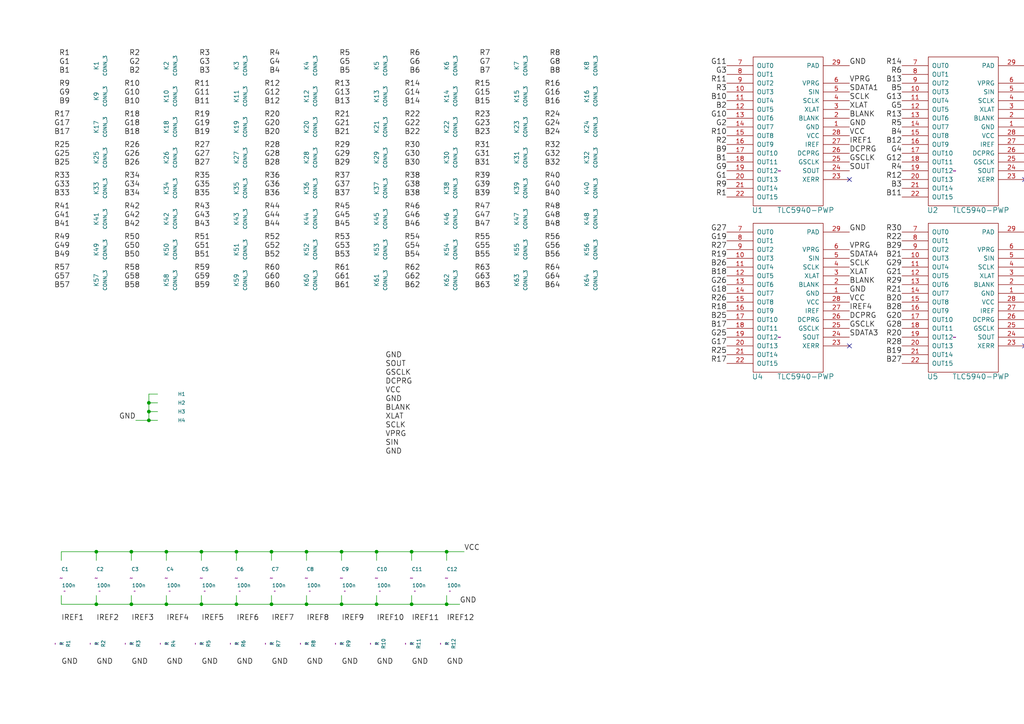
<source format=kicad_sch>
(kicad_sch (version 20230121) (generator eeschema)
  (paper "A4")
  (title_block (date "19 dec 2014"))
  (junction (at 43.18 121.92))
  (junction (at 43.18 116.84))
  (junction (at 58.42 175.26))
  (junction (at 27.94 160.02))
  (junction (at 43.18 119.38))
  (junction (at 129.54 175.26))
  (junction (at 38.1 175.26))
  (junction (at 78.74 175.26))
  (junction (at 109.22 175.26))
  (junction (at 58.42 160.02))
  (junction (at 48.26 175.26))
  (junction (at 78.74 160.02))
  (junction (at 129.54 160.02))
  (junction (at 99.06 175.26))
  (junction (at 99.06 160.02))
  (junction (at 27.94 175.26))
  (junction (at 48.26 160.02))
  (junction (at 68.58 175.26))
  (junction (at 119.38 160.02))
  (junction (at 88.9 160.02))
  (junction (at 68.58 160.02))
  (junction (at 109.22 160.02))
  (junction (at 88.9 175.26))
  (junction (at 38.1 160.02))
  (junction (at 119.38 175.26))
  (no_connect (at 297.18 52.07))
  (no_connect (at 246.38 100.33))
  (no_connect (at 473.71 208.28))
  (no_connect (at 353.06 52.07))
  (no_connect (at 417.83 160.02))
  (no_connect (at 417.83 208.28))
  (no_connect (at 246.38 52.07))
  (no_connect (at 297.18 100.33))
  (no_connect (at 353.06 100.33))
  (no_connect (at 367.03 208.28))
  (no_connect (at 473.71 160.02))
  (no_connect (at 367.03 160.02))
  (wire (pts (xy 99.06 162.56) (xy 99.06 160.02)))
  (wire (pts (xy 88.9 160.02) (xy 99.06 160.02)))
  (wire (pts (xy 43.18 121.92) (xy 45.72 121.92)))
  (wire (pts (xy 38.1 162.56) (xy 38.1 160.02)))
  (wire (pts (xy 48.26 162.56) (xy 48.26 160.02)))
  (wire (pts (xy 45.72 119.38) (xy 43.18 119.38)))
  (wire (pts (xy 58.42 160.02) (xy 68.58 160.02)))
  (wire (pts (xy 68.58 175.26) (xy 78.74 175.26)))
  (wire (pts (xy 88.9 172.72) (xy 88.9 175.26)))
  (wire (pts (xy 68.58 160.02) (xy 78.74 160.02)))
  (wire (pts (xy 48.26 175.26) (xy 58.42 175.26)))
  (wire (pts (xy 78.74 160.02) (xy 88.9 160.02)))
  (wire (pts (xy 68.58 162.56) (xy 68.58 160.02)))
  (wire (pts (xy 48.26 172.72) (xy 48.26 175.26)))
  (wire (pts (xy 129.54 162.56) (xy 129.54 160.02)))
  (wire (pts (xy 58.42 162.56) (xy 58.42 160.02)))
  (wire (pts (xy 119.38 160.02) (xy 129.54 160.02)))
  (wire (pts (xy 88.9 175.26) (xy 99.06 175.26)))
  (wire (pts (xy 129.54 160.02) (xy 134.62 160.02)))
  (wire (pts (xy 48.26 160.02) (xy 58.42 160.02)))
  (wire (pts (xy 43.18 119.38) (xy 43.18 121.92)))
  (wire (pts (xy 38.1 160.02) (xy 48.26 160.02)))
  (wire (pts (xy 99.06 175.26) (xy 109.22 175.26)))
  (wire (pts (xy 78.74 162.56) (xy 78.74 160.02)))
  (wire (pts (xy 27.94 172.72) (xy 27.94 175.26)))
  (wire (pts (xy 17.78 175.26) (xy 27.94 175.26)))
  (wire (pts (xy 17.78 160.02) (xy 27.94 160.02)))
  (wire (pts (xy 27.94 175.26) (xy 38.1 175.26)))
  (wire (pts (xy 43.18 114.3) (xy 43.18 116.84)))
  (wire (pts (xy 17.78 172.72) (xy 17.78 175.26)))
  (wire (pts (xy 109.22 162.56) (xy 109.22 160.02)))
  (wire (pts (xy 129.54 172.72) (xy 129.54 175.26)))
  (wire (pts (xy 39.37 121.92) (xy 43.18 121.92)))
  (wire (pts (xy 119.38 172.72) (xy 119.38 175.26)))
  (wire (pts (xy 38.1 172.72) (xy 38.1 175.26)))
  (wire (pts (xy 27.94 162.56) (xy 27.94 160.02)))
  (wire (pts (xy 38.1 175.26) (xy 48.26 175.26)))
  (wire (pts (xy 68.58 172.72) (xy 68.58 175.26)))
  (wire (pts (xy 99.06 160.02) (xy 109.22 160.02)))
  (wire (pts (xy 88.9 162.56) (xy 88.9 160.02)))
  (wire (pts (xy 43.18 116.84) (xy 45.72 116.84)))
  (wire (pts (xy 27.94 160.02) (xy 38.1 160.02)))
  (wire (pts (xy 119.38 175.26) (xy 129.54 175.26)))
  (wire (pts (xy 109.22 175.26) (xy 119.38 175.26)))
  (wire (pts (xy 17.78 162.56) (xy 17.78 160.02)))
  (wire (pts (xy 129.54 175.26) (xy 133.35 175.26)))
  (wire (pts (xy 109.22 172.72) (xy 109.22 175.26)))
  (wire (pts (xy 119.38 162.56) (xy 119.38 160.02)))
  (wire (pts (xy 78.74 175.26) (xy 88.9 175.26)))
  (wire (pts (xy 58.42 175.26) (xy 68.58 175.26)))
  (wire (pts (xy 45.72 114.3) (xy 43.18 114.3)))
  (wire (pts (xy 43.18 116.84) (xy 43.18 119.38)))
  (wire (pts (xy 78.74 172.72) (xy 78.74 175.26)))
  (wire (pts (xy 109.22 160.02) (xy 119.38 160.02)))
  (wire (pts (xy 58.42 172.72) (xy 58.42 175.26)))
  (wire (pts (xy 99.06 172.72) (xy 99.06 175.26)))
  (label "R54" (at 121.92 69.85 180) (effects (font (size 1.524 1.524))))
  (label "SCLK" (at 297.18 29.21 0) (effects (font (size 1.524 1.524))))
  (label "G27" (at 60.96 45.72 180) (effects (font (size 1.524 1.524))))
  (label "G24" (at 317.5 72.39 180) (effects (font (size 1.524 1.524))))
  (label "B29" (at 101.6 48.26 180) (effects (font (size 1.524 1.524))))
  (label "R61" (at 101.6 78.74 180) (effects (font (size 1.524 1.524))))
  (label "R53" (at 382.27 193.04 180) (effects (font (size 1.524 1.524))))
  (label "R6" (at 121.92 16.51 180) (effects (font (size 1.524 1.524))))
  (label "VPRG" (at 473.71 180.34 0) (effects (font (size 1.524 1.524))))
  (label "IREF3" (at 38.1 180.34 0) (effects (font (size 1.524 1.524))))
  (label "G64" (at 162.56 81.28 180) (effects (font (size 1.524 1.524))))
  (label "G41" (at 20.32 63.5 180) (effects (font (size 1.524 1.524))))
  (label "GND" (at 109.22 193.04 0) (effects (font (size 1.524 1.524))))
  (label "G36" (at 81.28 54.61 180) (effects (font (size 1.524 1.524))))
  (label "B2" (at 40.64 21.59 180) (effects (font (size 1.524 1.524))))
  (label "R2" (at 210.82 41.91 180) (effects (font (size 1.524 1.524))))
  (label "DCPRG" (at 473.71 152.4 0) (effects (font (size 1.524 1.524))))
  (label "B63" (at 142.24 83.82 180) (effects (font (size 1.524 1.524))))
  (label "XLAT" (at 111.76 121.92 0) (effects (font (size 1.524 1.524))))
  (label "R57" (at 331.47 210.82 180) (effects (font (size 1.524 1.524))))
  (label "R57" (at 20.32 78.74 180) (effects (font (size 1.524 1.524))))
  (label "R55" (at 438.15 200.66 180) (effects (font (size 1.524 1.524))))
  (label "B38" (at 121.92 57.15 180) (effects (font (size 1.524 1.524))))
  (label "B48" (at 438.15 129.54 180) (effects (font (size 1.524 1.524))))
  (label "GND" (at 111.76 132.08 0) (effects (font (size 1.524 1.524))))
  (label "IREF11" (at 119.38 180.34 0) (effects (font (size 1.524 1.524))))
  (label "G15" (at 142.24 27.94 180) (effects (font (size 1.524 1.524))))
  (label "DCPRG" (at 297.18 92.71 0) (effects (font (size 1.524 1.524))))
  (label "G6" (at 317.5 54.61 180) (effects (font (size 1.524 1.524))))
  (label "G32" (at 317.5 74.93 180) (effects (font (size 1.524 1.524))))
  (label "GND" (at 417.83 127 0) (effects (font (size 1.524 1.524))))
  (label "R19" (at 210.82 74.93 180) (effects (font (size 1.524 1.524))))
  (label "R48" (at 438.15 139.7 180) (effects (font (size 1.524 1.524))))
  (label "G31" (at 142.24 45.72 180) (effects (font (size 1.524 1.524))))
  (label "B42" (at 40.64 66.04 180) (effects (font (size 1.524 1.524))))
  (label "B49" (at 331.47 203.2 180) (effects (font (size 1.524 1.524))))
  (label "B62" (at 121.92 83.82 180) (effects (font (size 1.524 1.524))))
  (label "G47" (at 438.15 149.86 180) (effects (font (size 1.524 1.524))))
  (label "VPRG" (at 473.71 132.08 0) (effects (font (size 1.524 1.524))))
  (label "G19" (at 210.82 69.85 180) (effects (font (size 1.524 1.524))))
  (label "R6" (at 261.62 21.59 180) (effects (font (size 1.524 1.524))))
  (label "B46" (at 121.92 66.04 180) (effects (font (size 1.524 1.524))))
  (label "B64" (at 438.15 177.8 180) (effects (font (size 1.524 1.524))))
  (label "G52" (at 382.27 200.66 180) (effects (font (size 1.524 1.524))))
  (label "G42" (at 331.47 142.24 180) (effects (font (size 1.524 1.524))))
  (label "R64" (at 162.56 78.74 180) (effects (font (size 1.524 1.524))))
  (label "G60" (at 382.27 203.2 180) (effects (font (size 1.524 1.524))))
  (label "VCC" (at 367.03 195.58 0) (effects (font (size 1.524 1.524))))
  (label "R51" (at 331.47 182.88 180) (effects (font (size 1.524 1.524))))
  (label "R8" (at 317.5 29.21 180) (effects (font (size 1.524 1.524))))
  (label "GND" (at 473.71 193.04 0) (effects (font (size 1.524 1.524))))
  (label "R27" (at 60.96 43.18 180) (effects (font (size 1.524 1.524))))
  (label "G49" (at 331.47 208.28 180) (effects (font (size 1.524 1.524))))
  (label "IREF7" (at 78.74 180.34 0) (effects (font (size 1.524 1.524))))
  (label "SDATA5" (at 297.18 74.93 0) (effects (font (size 1.524 1.524))))
  (label "B13" (at 261.62 24.13 180) (effects (font (size 1.524 1.524))))
  (label "VPRG" (at 367.03 180.34 0) (effects (font (size 1.524 1.524))))
  (label "GND" (at 417.83 175.26 0) (effects (font (size 1.524 1.524))))
  (label "XLAT" (at 473.71 187.96 0) (effects (font (size 1.524 1.524))))
  (label "B55" (at 438.15 190.5 180) (effects (font (size 1.524 1.524))))
  (label "B58" (at 331.47 185.42 180) (effects (font (size 1.524 1.524))))
  (label "B52" (at 81.28 74.93 180) (effects (font (size 1.524 1.524))))
  (label "B53" (at 382.27 182.88 180) (effects (font (size 1.524 1.524))))
  (label "R13" (at 101.6 25.4 180) (effects (font (size 1.524 1.524))))
  (label "GND" (at 99.06 193.04 0) (effects (font (size 1.524 1.524))))
  (label "B23" (at 317.5 82.55 180) (effects (font (size 1.524 1.524))))
  (label "R5" (at 101.6 16.51 180) (effects (font (size 1.524 1.524))))
  (label "G41" (at 331.47 157.48 180) (effects (font (size 1.524 1.524))))
  (label "R15" (at 317.5 46.99 180) (effects (font (size 1.524 1.524))))
  (label "G62" (at 438.15 213.36 180) (effects (font (size 1.524 1.524))))
  (label "R1" (at 210.82 57.15 180) (effects (font (size 1.524 1.524))))
  (label "G21" (at 261.62 80.01 180) (effects (font (size 1.524 1.524))))
  (label "G28" (at 261.62 95.25 180) (effects (font (size 1.524 1.524))))
  (label "B24" (at 317.5 67.31 180) (effects (font (size 1.524 1.524))))
  (label "SCLK" (at 246.38 77.47 0) (effects (font (size 1.524 1.524))))
  (label "B20" (at 261.62 87.63 180) (effects (font (size 1.524 1.524))))
  (label "B44" (at 81.28 66.04 180) (effects (font (size 1.524 1.524))))
  (label "SDATA3" (at 246.38 97.79 0) (effects (font (size 1.524 1.524))))
  (label "R14" (at 261.62 19.05 180) (effects (font (size 1.524 1.524))))
  (label "G33" (at 20.32 54.61 180) (effects (font (size 1.524 1.524))))
  (label "G39" (at 142.24 54.61 180) (effects (font (size 1.524 1.524))))
  (label "R12" (at 81.28 25.4 180) (effects (font (size 1.524 1.524))))
  (label "GSCLK" (at 367.03 154.94 0) (effects (font (size 1.524 1.524))))
  (label "IREF12" (at 129.54 180.34 0) (effects (font (size 1.524 1.524))))
  (label "SDATA2" (at 297.18 26.67 0) (effects (font (size 1.524 1.524))))
  (label "SDATA8" (at 473.71 157.48 0) (effects (font (size 1.524 1.524))))
  (label "BLANK" (at 246.38 34.29 0) (effects (font (size 1.524 1.524))))
  (label "G24" (at 162.56 36.83 180) (effects (font (size 1.524 1.524))))
  (label "R14" (at 121.92 25.4 180) (effects (font (size 1.524 1.524))))
  (label "VPRG" (at 246.38 72.39 0) (effects (font (size 1.524 1.524))))
  (label "GND" (at 246.38 67.31 0) (effects (font (size 1.524 1.524))))
  (label "R27" (at 210.82 72.39 180) (effects (font (size 1.524 1.524))))
  (label "B22" (at 317.5 97.79 180) (effects (font (size 1.524 1.524))))
  (label "R1" (at 20.32 16.51 180) (effects (font (size 1.524 1.524))))
  (label "B18" (at 40.64 39.37 180) (effects (font (size 1.524 1.524))))
  (label "R54" (at 382.27 177.8 180) (effects (font (size 1.524 1.524))))
  (label "R46" (at 382.27 127 180) (effects (font (size 1.524 1.524))))
  (label "GND" (at 246.38 36.83 0) (effects (font (size 1.524 1.524))))
  (label "IREF4" (at 48.26 180.34 0) (effects (font (size 1.524 1.524))))
  (label "B59" (at 60.96 83.82 180) (effects (font (size 1.524 1.524))))
  (label "SCLK" (at 417.83 185.42 0) (effects (font (size 1.524 1.524))))
  (label "B10" (at 40.64 30.48 180) (effects (font (size 1.524 1.524))))
  (label "G9" (at 210.82 49.53 180) (effects (font (size 1.524 1.524))))
  (label "G29" (at 101.6 45.72 180) (effects (font (size 1.524 1.524))))
  (label "R38" (at 382.27 129.54 180) (effects (font (size 1.524 1.524))))
  (label "B7" (at 142.24 21.59 180) (effects (font (size 1.524 1.524))))
  (label "SDATA1" (at 297.18 49.53 0) (effects (font (size 1.524 1.524))))
  (label "R49" (at 20.32 69.85 180) (effects (font (size 1.524 1.524))))
  (label "GND" (at 111.76 104.14 0) (effects (font (size 1.524 1.524))))
  (label "B10" (at 210.82 29.21 180) (effects (font (size 1.524 1.524))))
  (label "IREF2" (at 297.18 41.91 0) (effects (font (size 1.524 1.524))))
  (label "B47" (at 438.15 144.78 180) (effects (font (size 1.524 1.524))))
  (label "G12" (at 261.62 46.99 180) (effects (font (size 1.524 1.524))))
  (label "B50" (at 331.47 187.96 180) (effects (font (size 1.524 1.524))))
  (label "XLAT" (at 297.18 31.75 0) (effects (font (size 1.524 1.524))))
  (label "R51" (at 60.96 69.85 180) (effects (font (size 1.524 1.524))))
  (label "B46" (at 438.15 160.02 180) (effects (font (size 1.524 1.524))))
  (label "GND" (at 129.54 193.04 0) (effects (font (size 1.524 1.524))))
  (label "B44" (at 382.27 149.86 180) (effects (font (size 1.524 1.524))))
  (label "B59" (at 382.27 213.36 180) (effects (font (size 1.524 1.524))))
  (label "GND" (at 367.03 144.78 0) (effects (font (size 1.524 1.524))))
  (label "GND" (at 473.71 144.78 0) (effects (font (size 1.524 1.524))))
  (label "G26" (at 40.64 45.72 180) (effects (font (size 1.524 1.524))))
  (label "B1" (at 20.32 21.59 180) (effects (font (size 1.524 1.524))))
  (label "GND" (at 353.06 19.05 0) (effects (font (size 1.524 1.524))))
  (label "R59" (at 331.47 180.34 180) (effects (font (size 1.524 1.524))))
  (label "B9" (at 210.82 44.45 180) (effects (font (size 1.524 1.524))))
  (label "SCLK" (at 367.03 185.42 0) (effects (font (size 1.524 1.524))))
  (label "G46" (at 121.92 63.5 180) (effects (font (size 1.524 1.524))))
  (label "B2" (at 210.82 31.75 180) (effects (font (size 1.524 1.524))))
  (label "B26" (at 40.64 48.26 180) (effects (font (size 1.524 1.524))))
  (label "R30" (at 261.62 67.31 180) (effects (font (size 1.524 1.524))))
  (label "R29" (at 101.6 43.18 180) (effects (font (size 1.524 1.524))))
  (label "G22" (at 317.5 102.87 180) (effects (font (size 1.524 1.524))))
  (label "B9" (at 20.32 30.48 180) (effects (font (size 1.524 1.524))))
  (label "G59" (at 60.96 81.28 180) (effects (font (size 1.524 1.524))))
  (label "G17" (at 210.82 100.33 180) (effects (font (size 1.524 1.524))))
  (label "B45" (at 382.27 132.08 180) (effects (font (size 1.524 1.524))))
  (label "GND" (at 111.76 116.84 0) (effects (font (size 1.524 1.524))))
  (label "R4" (at 81.28 16.51 180) (effects (font (size 1.524 1.524))))
  (label "R31" (at 317.5 95.25 180) (effects (font (size 1.524 1.524))))
  (label "B39" (at 438.15 142.24 180) (effects (font (size 1.524 1.524))))
  (label "R21" (at 261.62 85.09 180) (effects (font (size 1.524 1.524))))
  (label "R48" (at 162.56 60.96 180) (effects (font (size 1.524 1.524))))
  (label "G1" (at 210.82 52.07 180) (effects (font (size 1.524 1.524))))
  (label "B45" (at 101.6 66.04 180) (effects (font (size 1.524 1.524))))
  (label "B14" (at 121.92 30.48 180) (effects (font (size 1.524 1.524))))
  (label "GND" (at 78.74 193.04 0) (effects (font (size 1.524 1.524))))
  (label "B17" (at 210.82 95.25 180) (effects (font (size 1.524 1.524))))
  (label "B27" (at 60.96 48.26 180) (effects (font (size 1.524 1.524))))
  (label "SDATA1" (at 246.38 26.67 0) (effects (font (size 1.524 1.524))))
  (label "VPRG" (at 367.03 132.08 0) (effects (font (size 1.524 1.524))))
  (label "R7" (at 317.5 44.45 180) (effects (font (size 1.524 1.524))))
  (label "R31" (at 142.24 43.18 180) (effects (font (size 1.524 1.524))))
  (label "GSCLK" (at 417.83 154.94 0) (effects (font (size 1.524 1.524))))
  (label "G28" (at 81.28 45.72 180) (effects (font (size 1.524 1.524))))
  (label "B61" (at 382.27 180.34 180) (effects (font (size 1.524 1.524))))
  (label "SIN" (at 473.71 182.88 0) (effects (font (size 1.524 1.524))))
  (label "GSCLK" (at 367.03 203.2 0) (effects (font (size 1.524 1.524))))
  (label "B40" (at 162.56 57.15 180) (effects (font (size 1.524 1.524))))
  (label "R63" (at 438.15 203.2 180) (effects (font (size 1.524 1.524))))
  (label "BLANK" (at 353.06 82.55 0) (effects (font (size 1.524 1.524))))
  (label "R49" (at 331.47 213.36 180) (effects (font (size 1.524 1.524))))
  (label "R34" (at 40.64 52.07 180) (effects (font (size 1.524 1.524))))
  (label "GSCLK" (at 111.76 109.22 0) (effects (font (size 1.524 1.524))))
  (label "BLANK" (at 417.83 142.24 0) (effects (font (size 1.524 1.524))))
  (label "R4" (at 261.62 49.53 180) (effects (font (size 1.524 1.524))))
  (label "DCPRG" (at 353.06 44.45 0) (effects (font (size 1.524 1.524))))
  (label "B42" (at 331.47 137.16 180) (effects (font (size 1.524 1.524))))
  (label "B3" (at 60.96 21.59 180) (effects (font (size 1.524 1.524))))
  (label "XLAT" (at 473.71 139.7 0) (effects (font (size 1.524 1.524))))
  (label "VPRG" (at 297.18 72.39 0) (effects (font (size 1.524 1.524))))
  (label "SOUT" (at 246.38 49.53 0) (effects (font (size 1.524 1.524))))
  (label "SDATA10" (at 417.83 205.74 0) (effects (font (size 1.524 1.524))))
  (label "G29" (at 261.62 77.47 180) (effects (font (size 1.524 1.524))))
  (label "R37" (at 101.6 52.07 180) (effects (font (size 1.524 1.524))))
  (label "G42" (at 40.64 63.5 180) (effects (font (size 1.524 1.524))))
  (label "R40" (at 438.15 137.16 180) (effects (font (size 1.524 1.524))))
  (label "B18" (at 210.82 80.01 180) (effects (font (size 1.524 1.524))))
  (label "R61" (at 382.27 190.5 180) (effects (font (size 1.524 1.524))))
  (label "GND" (at 297.18 85.09 0) (effects (font (size 1.524 1.524))))
  (label "R39" (at 438.15 152.4 180) (effects (font (size 1.524 1.524))))
  (label "GND" (at 297.18 36.83 0) (effects (font (size 1.524 1.524))))
  (label "R50" (at 40.64 69.85 180) (effects (font (size 1.524 1.524))))
  (label "B14" (at 317.5 52.07 180) (effects (font (size 1.524 1.524))))
  (label "R3" (at 60.96 16.51 180) (effects (font (size 1.524 1.524))))
  (label "G26" (at 210.82 82.55 180) (effects (font (size 1.524 1.524))))
  (label "B57" (at 331.47 200.66 180) (effects (font (size 1.524 1.524))))
  (label "IREF6" (at 68.58 180.34 0) (effects (font (size 1.524 1.524))))
  (label "G7" (at 142.24 19.05 180) (effects (font (size 1.524 1.524))))
  (label "B15" (at 142.24 30.48 180) (effects (font (size 1.524 1.524))))
  (label "G37" (at 101.6 54.61 180) (effects (font (size 1.524 1.524))))
  (label "G54" (at 121.92 72.39 180) (effects (font (size 1.524 1.524))))
  (label "R41" (at 20.32 60.96 180) (effects (font (size 1.524 1.524))))
  (label "G58" (at 40.64 81.28 180) (effects (font (size 1.524 1.524))))
  (label "R11" (at 60.96 25.4 180) (effects (font (size 1.524 1.524))))
  (label "B5" (at 261.62 26.67 180) (effects (font (size 1.524 1.524))))
  (label "IREF1" (at 246.38 41.91 0) (effects (font (size 1.524 1.524))))
  (label "IREF6" (at 353.06 90.17 0) (effects (font (size 1.524 1.524))))
  (label "G44" (at 382.27 154.94 180) (effects (font (size 1.524 1.524))))
  (label "B4" (at 81.28 21.59 180) (effects (font (size 1.524 1.524))))
  (label "R20" (at 261.62 97.79 180) (effects (font (size 1.524 1.524))))
  (label "VCC" (at 473.71 147.32 0) (effects (font (size 1.524 1.524))))
  (label "SCLK" (at 473.71 185.42 0) (effects (font (size 1.524 1.524))))
  (label "R30" (at 121.92 43.18 180) (effects (font (size 1.524 1.524))))
  (label "G1" (at 20.32 19.05 180) (effects (font (size 1.524 1.524))))
  (label "G8" (at 317.5 24.13 180) (effects (font (size 1.524 1.524))))
  (label "G48" (at 438.15 134.62 180) (effects (font (size 1.524 1.524))))
  (label "G16" (at 162.56 27.94 180) (effects (font (size 1.524 1.524))))
  (label "XLAT" (at 297.18 80.01 0) (effects (font (size 1.524 1.524))))
  (label "G23" (at 317.5 87.63 180) (effects (font (size 1.524 1.524))))
  (label "VPRG" (at 111.76 127 0) (effects (font (size 1.524 1.524))))
  (label "IREF3" (at 353.06 41.91 0) (effects (font (size 1.524 1.524))))
  (label "G8" (at 162.56 19.05 180) (effects (font (size 1.524 1.524))))
  (label "IREF5" (at 297.18 90.17 0) (effects (font (size 1.524 1.524))))
  (label "B48" (at 162.56 66.04 180) (effects (font (size 1.524 1.524))))
  (label "GND" (at 473.71 175.26 0) (effects (font (size 1.524 1.524))))
  (label "G35" (at 331.47 129.54 180) (effects (font (size 1.524 1.524))))
  (label "G20" (at 81.28 36.83 180) (effects (font (size 1.524 1.524))))
  (label "G11" (at 60.96 27.94 180) (effects (font (size 1.524 1.524))))
  (label "B37" (at 382.27 134.62 180) (effects (font (size 1.524 1.524))))
  (label "R24" (at 317.5 77.47 180) (effects (font (size 1.524 1.524))))
  (label "VPRG" (at 417.83 180.34 0) (effects (font (size 1.524 1.524))))
  (label "VCC" (at 417.83 147.32 0) (effects (font (size 1.524 1.524))))
  (label "B24" (at 162.56 39.37 180) (effects (font (size 1.524 1.524))))
  (label "VCC" (at 246.38 87.63 0) (effects (font (size 1.524 1.524))))
  (label "DCPRG" (at 111.76 111.76 0) (effects (font (size 1.524 1.524))))
  (label "G27" (at 210.82 67.31 180) (effects (font (size 1.524 1.524))))
  (label "GND" (at 27.94 193.04 0) (effects (font (size 1.524 1.524))))
  (label "B25" (at 210.82 92.71 180) (effects (font (size 1.524 1.524))))
  (label "XLAT" (at 367.03 187.96 0) (effects (font (size 1.524 1.524))))
  (label "B17" (at 20.32 39.37 180) (effects (font (size 1.524 1.524))))
  (label "G51" (at 331.47 177.8 180) (effects (font (size 1.524 1.524))))
  (label "GND" (at 246.38 19.05 0) (effects (font (size 1.524 1.524))))
  (label "G43" (at 60.96 63.5 180) (effects (font (size 1.524 1.524))))
  (label "B53" (at 101.6 74.93 180) (effects (font (size 1.524 1.524))))
  (label "G51" (at 60.96 72.39 180) (effects (font (size 1.524 1.524))))
  (label "B43" (at 60.96 66.04 180) (effects (font (size 1.524 1.524))))
  (label "R29" (at 261.62 82.55 180) (effects (font (size 1.524 1.524))))
  (label "DCPRG" (at 417.83 152.4 0) (effects (font (size 1.524 1.524))))
  (label "IREF5" (at 58.42 180.34 0) (effects (font (size 1.524 1.524))))
  (label "GSCLK" (at 297.18 95.25 0) (effects (font (size 1.524 1.524))))
  (label "R45" (at 101.6 60.96 180) (effects (font (size 1.524 1.524))))
  (label "R28" (at 81.28 43.18 180) (effects (font (size 1.524 1.524))))
  (label "R32" (at 162.56 43.18 180) (effects (font (size 1.524 1.524))))
  (label "SCLK" (at 353.06 77.47 0) (effects (font (size 1.524 1.524))))
  (label "VPRG" (at 353.06 24.13 0) (effects (font (size 1.524 1.524))))
  (label "G49" (at 20.32 72.39 180) (effects (font (size 1.524 1.524))))
  (label "G45" (at 101.6 63.5 180) (effects (font (size 1.524 1.524))))
  (label "B36" (at 382.27 147.32 180) (effects (font (size 1.524 1.524))))
  (label "G35" (at 60.96 54.61 180) (effects (font (size 1.524 1.524))))
  (label "R10" (at 210.82 39.37 180) (effects (font (size 1.524 1.524))))
  (label "B61" (at 101.6 83.82 180) (effects (font (size 1.524 1.524))))
  (label "B23" (at 142.24 39.37 180) (effects (font (size 1.524 1.524))))
  (label "IREF4" (at 246.38 90.17 0) (effects (font (size 1.524 1.524))))
  (label "GND" (at 417.83 144.78 0) (effects (font (size 1.524 1.524))))
  (label "DCPRG" (at 246.38 44.45 0) (effects (font (size 1.524 1.524))))
  (label "G30" (at 121.92 45.72 180) (effects (font (size 1.524 1.524))))
  (label "B4" (at 261.62 39.37 180) (effects (font (size 1.524 1.524))))
  (label "GND" (at 367.03 127 0) (effects (font (size 1.524 1.524))))
  (label "SDATA11" (at 473.71 205.74 0) (effects (font (size 1.524 1.524))))
  (label "R60" (at 382.27 208.28 180) (effects (font (size 1.524 1.524))))
  (label "R22" (at 121.92 34.29 180) (effects (font (size 1.524 1.524))))
  (label "GND" (at 88.9 193.04 0) (effects (font (size 1.524 1.524))))
  (label "SDATA2" (at 353.06 49.53 0) (effects (font (size 1.524 1.524))))
  (label "R64" (at 438.15 187.96 180) (effects (font (size 1.524 1.524))))
  (label "SDATA8" (at 417.83 134.62 0) (effects (font (size 1.524 1.524))))
  (label "B60" (at 382.27 198.12 180) (effects (font (size 1.524 1.524))))
  (label "R44" (at 81.28 60.96 180) (effects (font (size 1.524 1.524))))
  (label "DCPRG" (at 353.06 92.71 0) (effects (font (size 1.524 1.524))))
  (label "B16" (at 162.56 30.48 180) (effects (font (size 1.524 1.524))))
  (label "G58" (at 331.47 190.5 180) (effects (font (size 1.524 1.524))))
  (label "G53" (at 382.27 187.96 180) (effects (font (size 1.524 1.524))))
  (label "G37" (at 382.27 139.7 180) (effects (font (size 1.524 1.524))))
  (label "B31" (at 142.24 48.26 180) (effects (font (size 1.524 1.524))))
  (label "R56" (at 162.56 69.85 180) (effects (font (size 1.524 1.524))))
  (label "G36" (at 382.27 152.4 180) (effects (font (size 1.524 1.524))))
  (label "G32" (at 162.56 45.72 180) (effects (font (size 1.524 1.524))))
  (label "G21" (at 101.6 36.83 180) (effects (font (size 1.524 1.524))))
  (label "R43" (at 60.96 60.96 180) (effects (font (size 1.524 1.524))))
  (label "BLANK" (at 367.03 142.24 0) (effects (font (size 1.524 1.524))))
  (label "R25" (at 20.32 43.18 180) (effects (font (size 1.524 1.524))))
  (label "G6" (at 121.92 19.05 180) (effects (font (size 1.524 1.524))))
  (label "SOUT" (at 111.76 106.68 0) (effects (font (size 1.524 1.524))))
  (label "R23" (at 317.5 92.71 180) (effects (font (size 1.524 1.524))))
  (label "B5" (at 101.6 21.59 180) (effects (font (size 1.524 1.524))))
  (label "R34" (at 331.47 149.86 180) (effects (font (size 1.524 1.524))))
  (label "R18" (at 40.64 34.29 180) (effects (font (size 1.524 1.524))))
  (label "R8" (at 162.56 16.51 180) (effects (font (size 1.524 1.524))))
  (label "R36" (at 81.28 52.07 180) (effects (font (size 1.524 1.524))))
  (label "B31" (at 317.5 85.09 180) (effects (font (size 1.524 1.524))))
  (label "B28" (at 81.28 48.26 180) (effects (font (size 1.524 1.524))))
  (label "G4" (at 81.28 19.05 180) (effects (font (size 1.524 1.524))))
  (label "G17" (at 20.32 36.83 180) (effects (font (size 1.524 1.524))))
  (label "GSCLK" (at 353.06 95.25 0) (effects (font (size 1.524 1.524))))
  (label "B47" (at 142.24 66.04 180) (effects (font (size 1.524 1.524))))
  (label "B58" (at 40.64 83.82 180) (effects (font (size 1.524 1.524))))
  (label "G61" (at 101.6 81.28 180) (effects (font (size 1.524 1.524))))
  (label "G5" (at 261.62 31.75 180) (effects (font (size 1.524 1.524))))
  (label "G47" (at 142.24 63.5 180) (effects (font (size 1.524 1.524))))
  (label "B55" (at 142.24 74.93 180) (effects (font (size 1.524 1.524))))
  (label "R17" (at 20.32 34.29 180) (effects (font (size 1.524 1.524))))
  (label "R55" (at 142.24 69.85 180) (effects (font (size 1.524 1.524))))
  (label "B37" (at 101.6 57.15 180) (effects (font (size 1.524 1.524))))
  (label "B12" (at 81.28 30.48 180) (effects (font (size 1.524 1.524))))
  (label "R39" (at 142.24 52.07 180) (effects (font (size 1.524 1.524))))
  (label "SDATA7" (at 367.03 134.62 0) (effects (font (size 1.524 1.524))))
  (label "VPRG" (at 246.38 24.13 0) (effects (font (size 1.524 1.524))))
  (label "B33" (at 20.32 57.15 180) (effects (font (size 1.524 1.524))))
  (label "G25" (at 210.82 97.79 180) (effects (font (size 1.524 1.524))))
  (label "R7" (at 142.24 16.51 180) (effects (font (size 1.524 1.524))))
  (label "R62" (at 382.27 175.26 180) (effects (font (size 1.524 1.524))))
  (label "GND" (at 353.06 67.31 0) (effects (font (size 1.524 1.524))))
  (label "G10" (at 210.82 34.29 180) (effects (font (size 1.524 1.524))))
  (label "BLANK" (at 246.38 82.55 0) (effects (font (size 1.524 1.524))))
  (label "R35" (at 331.47 134.62 180) (effects (font (size 1.524 1.524))))
  (label "GND" (at 473.71 127 0) (effects (font (size 1.524 1.524))))
  (label "B19" (at 261.62 102.87 180) (effects (font (size 1.524 1.524))))
  (label "R58" (at 40.64 78.74 180) (effects (font (size 1.524 1.524))))
  (label "GND" (at 246.38 85.09 0) (effects (font (size 1.524 1.524))))
  (label "B6" (at 121.92 21.59 180) (effects (font (size 1.524 1.524))))
  (label "B35" (at 382.27 162.56 180) (effects (font (size 1.524 1.524))))
  (label "G16" (at 317.5 26.67 180) (effects (font (size 1.524 1.524))))
  (label "GND" (at 39.37 121.92 180) (effects (font (size 1.524 1.524))))
  (label "B64" (at 162.56 83.82 180) (effects (font (size 1.524 1.524))))
  (label "G60" (at 81.28 81.28 180) (effects (font (size 1.524 1.524))))
  (label "G5" (at 101.6 19.05 180) (effects (font (size 1.524 1.524))))
  (label "B11" (at 60.96 30.48 180) (effects (font (size 1.524 1.524))))
  (label "B35" (at 60.96 57.15 180) (effects (font (size 1.524 1.524))))
  (label "R56" (at 438.15 185.42 180) (effects (font (size 1.524 1.524))))
  (label "IREF10" (at 109.22 180.34 0) (effects (font (size 1.524 1.524))))
  (label "G39" (at 438.15 147.32 180) (effects (font (size 1.524 1.524))))
  (label "G3" (at 60.96 19.05 180) (effects (font (size 1.524 1.524))))
  (label "B21" (at 101.6 39.37 180) (effects (font (size 1.524 1.524))))
  (label "GND" (at 119.38 193.04 0) (effects (font (size 1.524 1.524))))
  (label "IREF7" (at 367.03 149.86 0) (effects (font (size 1.524 1.524))))
  (label "DCPRG" (at 297.18 44.45 0) (effects (font (size 1.524 1.524))))
  (label "SIN" (at 111.76 129.54 0) (effects (font (size 1.524 1.524))))
  (label "R63" (at 142.24 78.74 180) (effects (font (size 1.524 1.524))))
  (label "VPRG" (at 353.06 72.39 0) (effects (font (size 1.524 1.524))))
  (label "B21" (at 261.62 74.93 180) (effects (font (size 1.524 1.524))))
  (label "B63" (at 438.15 193.04 180) (effects (font (size 1.524 1.524))))
  (label "VCC" (at 367.03 147.32 0) (effects (font (size 1.524 1.524))))
  (label "R50" (at 331.47 198.12 180) (effects (font (size 1.524 1.524))))
  (label "R44" (at 382.27 160.02 180) (effects (font (size 1.524 1.524))))
  (label "B49" (at 20.32 74.93 180) (effects (font (size 1.524 1.524))))
  (label "B43" (at 382.27 165.1 180) (effects (font (size 1.524 1.524))))
  (label "R41" (at 331.47 162.56 180) (effects (font (size 1.524 1.524))))
  (label "R23" (at 142.24 34.29 180) (effects (font (size 1.524 1.524))))
  (label "VCC" (at 417.83 195.58 0) (effects (font (size 1.524 1.524))))
  (label "BLANK" (at 473.71 142.24 0) (effects (font (size 1.524 1.524))))
  (label "DCPRG" (at 417.83 200.66 0) (effects (font (size 1.524 1.524))))
  (label "G55" (at 142.24 72.39 180) (effects (font (size 1.524 1.524))))
  (label "R5" (at 261.62 36.83 180) (effects (font (size 1.524 1.524))))
  (label "IREF9" (at 473.71 149.86 0) (effects (font (size 1.524 1.524))))
  (label "VCC" (at 297.18 39.37 0) (effects (font (size 1.524 1.524))))
  (label "R18" (at 210.82 90.17 180) (effects (font (size 1.524 1.524))))
  (label "GND" (at 68.58 193.04 0) (effects (font (size 1.524 1.524))))
  (label "SDATA6" (at 353.06 74.93 0) (effects (font (size 1.524 1.524))))
  (label "R9" (at 210.82 54.61 180) (effects (font (size 1.524 1.524))))
  (label "IREF11" (at 417.83 198.12 0) (effects (font (size 1.524 1.524))))
  (label "IREF12" (at 473.71 198.12 0) (effects (font (size 1.524 1.524))))
  (label "B8" (at 162.56 21.59 180) (effects (font (size 1.524 1.524))))
  (label "R13" (at 261.62 34.29 180) (effects (font (size 1.524 1.524))))
  (label "XLAT" (at 417.83 139.7 0) (effects (font (size 1.524 1.524))))
  (label "R24" (at 162.56 34.29 180) (effects (font (size 1.524 1.524))))
  (label "GND" (at 367.03 175.26 0) (effects (font (size 1.524 1.524))))
  (label "B36" (at 81.28 57.15 180) (effects (font (size 1.524 1.524))))
  (label "VCC" (at 353.06 87.63 0) (effects (font (size 1.524 1.524))))
  (label "GND" (at 297.18 67.31 0) (effects (font (size 1.524 1.524))))
  (label "R20" (at 81.28 34.29 180) (effects (font (size 1.524 1.524))))
  (label "B38" (at 438.15 157.48 180) (effects (font (size 1.524 1.524))))
  (label "VCC" (at 111.76 114.3 0) (effects (font (size 1.524 1.524))))
  (label "B34" (at 331.47 139.7 180) (effects (font (size 1.524 1.524))))
  (label "G63" (at 142.24 81.28 180) (effects (font (size 1.524 1.524))))
  (label "G15" (at 317.5 41.91 180) (effects (font (size 1.524 1.524))))
  (label "VCC" (at 353.06 39.37 0) (effects (font (size 1.524 1.524))))
  (label "R26" (at 210.82 87.63 180) (effects (font (size 1.524 1.524))))
  (label "SDATA3" (at 353.06 26.67 0) (effects (font (size 1.524 1.524))))
  (label "R36" (at 382.27 157.48 180) (effects (font (size 1.524 1.524))))
  (label "B19" (at 60.96 39.37 180) (effects (font (size 1.524 1.524))))
  (label "B51" (at 60.96 74.93 180) (effects (font (size 1.524 1.524))))
  (label "G13" (at 261.62 29.21 180) (effects (font (size 1.524 1.524))))
  (label "GSCLK" (at 246.38 95.25 0) (effects (font (size 1.524 1.524))))
  (label "BLANK" (at 367.03 190.5 0) (effects (font (size 1.524 1.524))))
  (label "SCLK" (at 417.83 137.16 0) (effects (font (size 1.524 1.524))))
  (label "B41" (at 331.47 152.4 180) (effects (font (size 1.524 1.524))))
  (label "IREF10" (at 367.03 198.12 0) (effects (font (size 1.524 1.524))))
  (label "VCC" (at 297.18 87.63 0) (effects (font (size 1.524 1.524))))
  (label "GND" (at 297.18 19.05 0) (effects (font (size 1.524 1.524))))
  (label "XLAT" (at 353.06 31.75 0) (effects (font (size 1.524 1.524))))
  (label "SCLK" (at 246.38 29.21 0) (effects (font (size 1.524 1.524))))
  (label "G57" (at 331.47 205.74 180) (effects (font (size 1.524 1.524))))
  (label "B11" (at 261.62 57.15 180) (effects (font (size 1.524 1.524))))
  (label "G48" (at 162.56 63.5 180) (effects (font (size 1.524 1.524))))
  (label "G20" (at 261.62 92.71 180) (effects (font (size 1.524 1.524))))
  (label "GND" (at 417.83 193.04 0) (effects (font (size 1.524 1.524))))
  (label "GND" (at 353.06 85.09 0) (effects (font (size 1.524 1.524))))
  (label "B52" (at 382.27 195.58 180) (effects (font (size 1.524 1.524))))
  (label "R3" (at 210.82 26.67 180) (effects (font (size 1.524 1.524))))
  (label "R15" (at 142.24 25.4 180) (effects (font (size 1.524 1.524))))
  (label "G18" (at 40.64 36.83 180) (effects (font (size 1.524 1.524))))
  (label "R35" (at 60.96 52.07 180) (effects (font (size 1.524 1.524))))
  (label "B7" (at 317.5 34.29 180) (effects (font (size 1.524 1.524))))
  (label "B54" (at 121.92 74.93 180) (effects (font (size 1.524 1.524))))
  (label "SDATA7" (at 417.83 157.48 0) (effects (font (size 1.524 1.524))))
  (label "G57" (at 20.32 81.28 180) (effects (font (size 1.524 1.524))))
  (label "GSCLK" (at 417.83 203.2 0) (effects (font (size 1.524 1.524))))
  (label "R21" (at 101.6 34.29 180) (effects (font (size 1.524 1.524))))
  (label "VCC" (at 473.71 195.58 0) (effects (font (size 1.524 1.524))))
  (label "IREF8" (at 417.83 149.86 0) (effects (font (size 1.524 1.524))))
  (label "R16" (at 162.56 25.4 180) (effects (font (size 1.524 1.524))))
  (label "G22" (at 121.92 36.83 180) (effects (font (size 1.524 1.524))))
  (label "R17" (at 210.82 105.41 180) (effects (font (size 1.524 1.524))))
  (label "G54" (at 438.15 210.82 180) (effects (font (size 1.524 1.524))))
  (label "GND" (at 367.03 193.04 0) (effects (font (size 1.524 1.524))))
  (label "G61" (at 382.27 185.42 180) (effects (font (size 1.524 1.524))))
  (label "B30" (at 317.5 100.33 180) (effects (font (size 1.524 1.524))))
  (label "G53" (at 101.6 72.39 180) (effects (font (size 1.524 1.524))))
  (label "XLAT" (at 367.03 139.7 0) (effects (font (size 1.524 1.524))))
  (label "G18" (at 210.82 85.09 180) (effects (font (size 1.524 1.524))))
  (label "R2" (at 40.64 16.51 180) (effects (font (size 1.524 1.524))))
  (label "SDATA5" (at 353.06 97.79 0) (effects (font (size 1.524 1.524))))
  (label "GSCLK" (at 473.71 154.94 0) (effects (font (size 1.524 1.524))))
  (label "DCPRG" (at 246.38 92.71 0) (effects (font (size 1.524 1.524))))
  (label "G19" (at 60.96 36.83 180) (effects (font (size 1.524 1.524))))
  (label "G3" (at 210.82 21.59 180) (effects (font (size 1.524 1.524))))
  (label "B39" (at 142.24 57.15 180) (effects (font (size 1.524 1.524))))
  (label "GSCLK" (at 473.71 203.2 0) (effects (font (size 1.524 1.524))))
  (label "DCPRG" (at 367.03 152.4 0) (effects (font (size 1.524 1.524))))
  (label "IREF8" (at 88.9 180.34 0) (effects (font (size 1.524 1.524))))
  (label "SDATA10" (at 367.03 182.88 0) (effects (font (size 1.524 1.524))))
  (label "R26" (at 40.64 43.18 180) (effects (font (size 1.524 1.524))))
  (label "GSCLK" (at 246.38 46.99 0) (effects (font (size 1.524 1.524))))
  (label "R33" (at 20.32 52.07 180) (effects (font (size 1.524 1.524))))
  (label "SDATA9" (at 473.71 134.62 0) (effects (font (size 1.524 1.524))))
  (label "R32" (at 317.5 80.01 180) (effects (font (size 1.524 1.524))))
  (label "G31" (at 317.5 90.17 180) (effects (font (size 1.524 1.524))))
  (label "B8" (at 317.5 19.05 180) (effects (font (size 1.524 1.524))))
  (label "B32" (at 317.5 69.85 180) (effects (font (size 1.524 1.524))))
  (label "R53" (at 101.6 69.85 180) (effects (font (size 1.524 1.524))))
  (label "G33" (at 331.47 160.02 180) (effects (font (size 1.524 1.524))))
  (label "B29" (at 261.62 72.39 180) (effects (font (size 1.524 1.524))))
  (label "BLANK" (at 111.76 119.38 0) (effects (font (size 1.524 1.524))))
  (label "R11" (at 210.82 24.13 180) (effects (font (size 1.524 1.524))))
  (label "GND" (at 17.78 193.04 0) (effects (font (size 1.524 1.524))))
  (label "G43" (at 331.47 127 180) (effects (font (size 1.524 1.524))))
  (label "R58" (at 331.47 195.58 180) (effects (font (size 1.524 1.524))))
  (label "GND" (at 58.42 193.04 0) (effects (font (size 1.524 1.524))))
  (label "G25" (at 20.32 45.72 180) (effects (font (size 1.524 1.524))))
  (label "G38" (at 438.15 162.56 180) (effects (font (size 1.524 1.524))))
  (label "XLAT" (at 246.38 80.01 0) (effects (font (size 1.524 1.524))))
  (label "G56" (at 438.15 180.34 180) (effects (font (size 1.524 1.524))))
  (label "G40" (at 438.15 132.08 180) (effects (font (size 1.524 1.524))))
  (label "B6" (at 317.5 49.53 180) (effects (font (size 1.524 1.524))))
  (label "SCLK" (at 367.03 137.16 0) (effects (font (size 1.524 1.524))))
  (label "G34" (at 40.64 54.61 180) (effects (font (size 1.524 1.524))))
  (label "B27" (at 261.62 105.41 180) (effects (font (size 1.524 1.524))))
  (label "R45" (at 382.27 142.24 180) (effects (font (size 1.524 1.524))))
  (label "VPRG" (at 417.83 132.08 0) (effects (font (size 1.524 1.524))))
  (label "B56" (at 162.56 74.93 180) (effects (font (size 1.524 1.524))))
  (label "BLANK" (at 297.18 34.29 0) (effects (font (size 1.524 1.524))))
  (label "G7" (at 317.5 39.37 180) (effects (font (size 1.524 1.524))))
  (label "R10" (at 40.64 25.4 180) (effects (font (size 1.524 1.524))))
  (label "B32" (at 162.56 48.26 180) (effects (font (size 1.524 1.524))))
  (label "R16" (at 317.5 31.75 180) (effects (font (size 1.524 1.524))))
  (label "B13" (at 101.6 30.48 180) (effects (font (size 1.524 1.524))))
  (label "B20" (at 81.28 39.37 180) (effects (font (size 1.524 1.524))))
  (label "G23" (at 142.24 36.83 180) (effects (font (size 1.524 1.524))))
  (label "R22" (at 261.62 69.85 180) (effects (font (size 1.524 1.524))))
  (label "IREF9" (at 99.06 180.34 0) (effects (font (size 1.524 1.524))))
  (label "VCC" (at 246.38 39.37 0) (effects (font (size 1.524 1.524))))
  (label "VPRG" (at 297.18 24.13 0) (effects (font (size 1.524 1.524))))
  (label "G62" (at 121.92 81.28 180) (effects (font (size 1.524 1.524))))
  (label "B16" (at 317.5 21.59 180) (effects (font (size 1.524 1.524))))
  (label "R9" (at 20.32 25.4 180) (effects (font (size 1.524 1.524))))
  (label "R59" (at 60.96 78.74 180) (effects (font (size 1.524 1.524))))
  (label "R33" (at 331.47 165.1 180) (effects (font (size 1.524 1.524))))
  (label "R62" (at 121.92 78.74 180) (effects (font (size 1.524 1.524))))
  (label "B25" (at 20.32 48.26 180) (effects (font (size 1.524 1.524))))
  (label "SDATA6" (at 367.03 157.48 0) (effects (font (size 1.524 1.524))))
  (label "G14" (at 317.5 57.15 180) (effects (font (size 1.524 1.524))))
  (label "R12" (at 261.62 52.07 180) (effects (font (size 1.524 1.524))))
  (label "G4" (at 261.62 44.45 180) (effects (font (size 1.524 1.524))))
  (label "B40" (at 438.15 127 180) (effects (font (size 1.524 1.524))))
  (label "R46" (at 121.92 60.96 180) (effects (font (size 1.524 1.524))))
  (label "R25" (at 210.82 102.87 180) (effects (font (size 1.524 1.524))))
  (label "G46" (at 438.15 165.1 180) (effects (font (size 1.524 1.524))))
  (label "GND" (at 48.26 193.04 0) (effects (font (size 1.524 1.524))))
  (label "G9" (at 20.32 27.94 180) (effects (font (size 1.524 1.524))))
  (label "G10" (at 40.64 27.94 180) (effects (font (size 1.524 1.524))))
  (label "B15" (at 317.5 36.83 180) (effects (font (size 1.524 1.524))))
  (label "GND" (at 353.06 36.83 0) (effects (font (size 1.524 1.524))))
  (label "R52" (at 382.27 205.74 180) (effects (font (size 1.524 1.524))))
  (label "G2" (at 40.64 19.05 180) (effects (font (size 1.524 1.524))))
  (label "GSCLK" (at 353.06 46.99 0) (effects (font (size 1.524 1.524))))
  (label "G2" (at 210.82 36.83 180) (effects (font (size 1.524 1.524))))
  (label "SCLK" (at 297.18 77.47 0) (effects (font (size 1.524 1.524))))
  (label "BLANK" (at 417.83 190.5 0) (effects (font (size 1.524 1.524))))
  (label "GND" (at 38.1 193.04 0) (effects (font (size 1.524 1.524))))
  (label "IREF2" (at 27.94 180.34 0) (effects (font (size 1.524 1.524))))
  (label "IREF1" (at 17.78 180.34 0) (effects (font (size 1.524 1.524))))
  (label "G14" (at 121.92 27.94 180) (effects (font (size 1.524 1.524))))
  (label "R28" (at 261.62 100.33 180) (effects (font (size 1.524 1.524))))
  (label "SDATA11" (at 417.83 182.88 0) (effects (font (size 1.524 1.524))))
  (label "B41" (at 20.32 66.04 180) (effects (font (size 1.524 1.524))))
  (label "XLAT" (at 417.83 187.96 0) (effects (font (size 1.524 1.524))))
  (label "R19" (at 60.96 34.29 180) (effects (font (size 1.524 1.524))))
  (label "DCPRG" (at 473.71 200.66 0) (effects (font (size 1.524 1.524))))
  (label "VCC" (at 134.62 160.02 0) (effects (font (size 1.524 1.524))))
  (label "XLAT" (at 246.38 31.75 0) (effects (font (size 1.524 1.524))))
  (label "R47" (at 438.15 154.94 180) (effects (font (size 1.524 1.524))))
  (label "B54" (at 438.15 205.74 180) (effects (font (size 1.524 1.524))))
  (label "G30" (at 317.5 105.41 180) (effects (font (size 1.524 1.524))))
  (label "GND" (at 133.35 175.26 0) (effects (font (size 1.524 1.524))))
  (label "R52" (at 81.28 69.85 180) (effects (font (size 1.524 1.524))))
  (label "G40" (at 162.56 54.61 180) (effects (font (size 1.524 1.524))))
  (label "SCLK" (at 353.06 29.21 0) (effects (font (size 1.524 1.524))))
  (label "B56" (at 438.15 175.26 180) (effects (font (size 1.524 1.524))))
  (label "B12" (at 261.62 41.91 180) (effects (font (size 1.524 1.524))))
  (label "DCPRG" (at 367.03 200.66 0) (effects (font (size 1.524 1.524))))
  (label "G45" (at 382.27 137.16 180) (effects (font (size 1.524 1.524))))
  (label "G64" (at 438.15 182.88 180) (effects (font (size 1.524 1.524))))
  (label "BLANK" (at 297.18 82.55 0) (effects (font (size 1.524 1.524))))
  (label "G59" (at 331.47 175.26 180) (effects (font (size 1.524 1.524))))
  (label "G50" (at 331.47 193.04 180) (effects (font (size 1.524 1.524))))
  (label "R60" (at 81.28 78.74 180) (effects (font (size 1.524 1.524))))
  (label "SDATA4" (at 246.38 74.93 0) (effects (font (size 1.524 1.524))))
  (label "G11" (at 210.82 19.05 180) (effects (font (size 1.524 1.524))))
  (label "R47" (at 142.24 60.96 180) (effects (font (size 1.524 1.524))))
  (label "G44" (at 81.28 63.5 180) (effects (font (size 1.524 1.524))))
  (label "B22" (at 121.92 39.37 180) (effects (font (size 1.524 1.524))))
  (label "R42" (at 40.64 60.96 180) (effects (font (size 1.524 1.524))))
  (label "R37" (at 382.27 144.78 180) (effects (font (size 1.524 1.524))))
  (label "B51" (at 382.27 210.82 180) (effects (font (size 1.524 1.524))))
  (label "R40" (at 162.56 52.07 180) (effects (font (size 1.524 1.524))))
  (label "B33" (at 331.47 154.94 180) (effects (font (size 1.524 1.524))))
  (label "BLANK" (at 353.06 34.29 0) (effects (font (size 1.524 1.524))))
  (label "B50" (at 40.64 74.93 180) (effects (font (size 1.524 1.524))))
  (label "SCLK" (at 111.76 124.46 0) (effects (font (size 1.524 1.524))))
  (label "R42" (at 331.47 147.32 180) (effects (font (size 1.524 1.524))))
  (label "B60" (at 81.28 83.82 180) (effects (font (size 1.524 1.524))))
  (label "B26" (at 210.82 77.47 180) (effects (font (size 1.524 1.524))))
  (label "BLANK" (at 473.71 190.5 0) (effects (font (size 1.524 1.524))))
  (label "R43" (at 331.47 132.08 180) (effects (font (size 1.524 1.524))))
  (label "G55" (at 438.15 195.58 180) (effects (font (size 1.524 1.524))))
  (label "G34" (at 331.47 144.78 180) (effects (font (size 1.524 1.524))))
  (label "G13" (at 101.6 27.94 180) (effects (font (size 1.524 1.524))))
  (label "B3" (at 261.62 54.61 180) (effects (font (size 1.524 1.524))))
  (label "G52" (at 81.28 72.39 180) (effects (font (size 1.524 1.524))))
  (label "G50" (at 40.64 72.39 180) (effects (font (size 1.524 1.524))))
  (label "G38" (at 121.92 54.61 180) (effects (font (size 1.524 1.524))))
  (label "B28" (at 261.62 90.17 180) (effects (font (size 1.524 1.524))))
  (label "G12" (at 81.28 27.94 180) (effects (font (size 1.524 1.524))))
  (label "B30" (at 121.92 48.26 180) (effects (font (size 1.524 1.524))))
  (label "B57" (at 20.32 83.82 180) (effects (font (size 1.524 1.524))))
  (label "G56" (at 162.56 72.39 180) (effects (font (size 1.524 1.524))))
  (label "B62" (at 438.15 208.28 180) (effects (font (size 1.524 1.524))))
  (label "XLAT" (at 353.06 80.01 0) (effects (font (size 1.524 1.524))))
  (label "GSCLK" (at 297.18 46.99 0) (effects (font (size 1.524 1.524))))
  (label "B34" (at 40.64 57.15 180) (effects (font (size 1.524 1.524))))
  (label "SDATA9" (at 367.03 205.74 0) (effects (font (size 1.524 1.524))))
  (label "B1" (at 210.82 46.99 180) (effects (font (size 1.524 1.524))))
  (label "SCLK" (at 473.71 137.16 0) (effects (font (size 1.524 1.524))))
  (label "R38" (at 121.92 52.07 180) (effects (font (size 1.524 1.524))))
  (label "G63" (at 438.15 198.12 180) (effects (font (size 1.524 1.524))))
  (label "SDATA4" (at 297.18 97.79 0) (effects (font (size 1.524 1.524))))
  (symbol (lib_id "CONN_3") (at 29.21 19.05 0) (unit 1)
    (property "Reference" "K1" (at 27.94 19.05 90))
    (property "Value" "CONN_3" (at 30.48 19.05 90) (effects (font (size 1.016 1.016))))
  )
  (symbol (lib_id "CONN_3") (at 49.53 19.05 0) (unit 1)
    (property "Reference" "K2" (at 48.26 19.05 90))
    (property "Value" "CONN_3" (at 50.8 19.05 90) (effects (font (size 1.016 1.016))))
  )
  (symbol (lib_id "CONN_3") (at 69.85 19.05 0) (unit 1)
    (property "Reference" "K3" (at 68.58 19.05 90))
    (property "Value" "CONN_3" (at 71.12 19.05 90) (effects (font (size 1.016 1.016))))
  )
  (symbol (lib_id "CONN_3") (at 90.17 19.05 0) (unit 1)
    (property "Reference" "K4" (at 88.9 19.05 90))
    (property "Value" "CONN_3" (at 91.44 19.05 90) (effects (font (size 1.016 1.016))))
  )
  (symbol (lib_id "CONN_3") (at 110.49 19.05 0) (unit 1)
    (property "Reference" "K5" (at 109.22 19.05 90))
    (property "Value" "CONN_3" (at 111.76 19.05 90) (effects (font (size 1.016 1.016))))
  )
  (symbol (lib_id "CONN_3") (at 130.81 19.05 0) (unit 1)
    (property "Reference" "K6" (at 129.54 19.05 90))
    (property "Value" "CONN_3" (at 132.08 19.05 90) (effects (font (size 1.016 1.016))))
  )
  (symbol (lib_id "CONN_3") (at 151.13 19.05 0) (unit 1)
    (property "Reference" "K7" (at 149.86 19.05 90))
    (property "Value" "CONN_3" (at 152.4 19.05 90) (effects (font (size 1.016 1.016))))
  )
  (symbol (lib_id "CONN_3") (at 171.45 19.05 0) (unit 1)
    (property "Reference" "K8" (at 170.18 19.05 90))
    (property "Value" "CONN_3" (at 172.72 19.05 90) (effects (font (size 1.016 1.016))))
  )
  (symbol (lib_id "CONN_3") (at 29.21 27.94 0) (unit 1)
    (property "Reference" "K9" (at 27.94 27.94 90))
    (property "Value" "CONN_3" (at 30.48 27.94 90) (effects (font (size 1.016 1.016))))
  )
  (symbol (lib_id "CONN_3") (at 49.53 27.94 0) (unit 1)
    (property "Reference" "K10" (at 48.26 27.94 90))
    (property "Value" "CONN_3" (at 50.8 27.94 90) (effects (font (size 1.016 1.016))))
  )
  (symbol (lib_id "CONN_3") (at 69.85 27.94 0) (unit 1)
    (property "Reference" "K11" (at 68.58 27.94 90))
    (property "Value" "CONN_3" (at 71.12 27.94 90) (effects (font (size 1.016 1.016))))
  )
  (symbol (lib_id "CONN_3") (at 90.17 27.94 0) (unit 1)
    (property "Reference" "K12" (at 88.9 27.94 90))
    (property "Value" "CONN_3" (at 91.44 27.94 90) (effects (font (size 1.016 1.016))))
  )
  (symbol (lib_id "CONN_3") (at 110.49 27.94 0) (unit 1)
    (property "Reference" "K13" (at 109.22 27.94 90))
    (property "Value" "CONN_3" (at 111.76 27.94 90) (effects (font (size 1.016 1.016))))
  )
  (symbol (lib_id "CONN_3") (at 130.81 27.94 0) (unit 1)
    (property "Reference" "K14" (at 129.54 27.94 90))
    (property "Value" "CONN_3" (at 132.08 27.94 90) (effects (font (size 1.016 1.016))))
  )
  (symbol (lib_id "CONN_3") (at 151.13 27.94 0) (unit 1)
    (property "Reference" "K15" (at 149.86 27.94 90))
    (property "Value" "CONN_3" (at 152.4 27.94 90) (effects (font (size 1.016 1.016))))
  )
  (symbol (lib_id "CONN_3") (at 171.45 27.94 0) (unit 1)
    (property "Reference" "K16" (at 170.18 27.94 90))
    (property "Value" "CONN_3" (at 172.72 27.94 90) (effects (font (size 1.016 1.016))))
  )
  (symbol (lib_id "R") (at 17.78 186.69 0) (unit 1)
    (property "Reference" "R1" (at 19.812 186.69 90) (effects (font (size 1.016 1.016))))
    (property "Value" "R" (at 17.9578 186.6646 90) (effects (font (size 1.016 1.016))))
    (property "Footprint" "~" (at 16.002 186.69 90) (effects (font (size 0.762 0.762))))
    (property "Datasheet" "~" (at 17.78 186.69 0) (effects (font (size 0.762 0.762))))
  )
  (symbol (lib_id "R") (at 27.94 186.69 0) (unit 1)
    (property "Reference" "R2" (at 29.972 186.69 90) (effects (font (size 1.016 1.016))))
    (property "Value" "R" (at 28.1178 186.6646 90) (effects (font (size 1.016 1.016))))
    (property "Footprint" "~" (at 26.162 186.69 90) (effects (font (size 0.762 0.762))))
    (property "Datasheet" "~" (at 27.94 186.69 0) (effects (font (size 0.762 0.762))))
  )
  (symbol (lib_id "minicube:TLC5940-PWP") (at 228.6 39.37 0) (unit 1)
    (property "Reference" "U1" (at 219.71 60.96 0) (effects (font (size 1.524 1.524))))
    (property "Value" "TLC5940-PWP" (at 233.68 60.96 0) (effects (font (size 1.524 1.524))))
    (property "Footprint" "~" (at 226.06 49.53 0) (effects (font (size 1.524 1.524))))
    (property "Datasheet" "~" (at 226.06 49.53 0) (effects (font (size 1.524 1.524))))
  )
  (symbol (lib_id "minicube:TLC5940-PWP") (at 279.4 39.37 0) (unit 1)
    (property "Reference" "U2" (at 270.51 60.96 0) (effects (font (size 1.524 1.524))))
    (property "Value" "TLC5940-PWP" (at 284.48 60.96 0) (effects (font (size 1.524 1.524))))
    (property "Footprint" "~" (at 276.86 49.53 0) (effects (font (size 1.524 1.524))))
    (property "Datasheet" "~" (at 276.86 49.53 0) (effects (font (size 1.524 1.524))))
  )
  (symbol (lib_id "minicube:TLC5940-PWP") (at 335.28 39.37 0) (unit 1)
    (property "Reference" "U3" (at 326.39 60.96 0) (effects (font (size 1.524 1.524))))
    (property "Value" "TLC5940-PWP" (at 340.36 60.96 0) (effects (font (size 1.524 1.524))))
    (property "Footprint" "~" (at 332.74 49.53 0) (effects (font (size 1.524 1.524))))
    (property "Datasheet" "~" (at 332.74 49.53 0) (effects (font (size 1.524 1.524))))
  )
  (symbol (lib_id "R") (at 38.1 186.69 0) (unit 1)
    (property "Reference" "R3" (at 40.132 186.69 90) (effects (font (size 1.016 1.016))))
    (property "Value" "R" (at 38.2778 186.6646 90) (effects (font (size 1.016 1.016))))
    (property "Footprint" "~" (at 36.322 186.69 90) (effects (font (size 0.762 0.762))))
    (property "Datasheet" "~" (at 38.1 186.69 0) (effects (font (size 0.762 0.762))))
  )
  (symbol (lib_id "CONN_3") (at 29.21 36.83 0) (unit 1)
    (property "Reference" "K17" (at 27.94 36.83 90))
    (property "Value" "CONN_3" (at 30.48 36.83 90) (effects (font (size 1.016 1.016))))
  )
  (symbol (lib_id "CONN_3") (at 49.53 36.83 0) (unit 1)
    (property "Reference" "K18" (at 48.26 36.83 90))
    (property "Value" "CONN_3" (at 50.8 36.83 90) (effects (font (size 1.016 1.016))))
  )
  (symbol (lib_id "CONN_3") (at 69.85 36.83 0) (unit 1)
    (property "Reference" "K19" (at 68.58 36.83 90))
    (property "Value" "CONN_3" (at 71.12 36.83 90) (effects (font (size 1.016 1.016))))
  )
  (symbol (lib_id "CONN_3") (at 90.17 36.83 0) (unit 1)
    (property "Reference" "K20" (at 88.9 36.83 90))
    (property "Value" "CONN_3" (at 91.44 36.83 90) (effects (font (size 1.016 1.016))))
  )
  (symbol (lib_id "CONN_3") (at 110.49 36.83 0) (unit 1)
    (property "Reference" "K21" (at 109.22 36.83 90))
    (property "Value" "CONN_3" (at 111.76 36.83 90) (effects (font (size 1.016 1.016))))
  )
  (symbol (lib_id "CONN_3") (at 130.81 36.83 0) (unit 1)
    (property "Reference" "K22" (at 129.54 36.83 90))
    (property "Value" "CONN_3" (at 132.08 36.83 90) (effects (font (size 1.016 1.016))))
  )
  (symbol (lib_id "CONN_3") (at 151.13 36.83 0) (unit 1)
    (property "Reference" "K23" (at 149.86 36.83 90))
    (property "Value" "CONN_3" (at 152.4 36.83 90) (effects (font (size 1.016 1.016))))
  )
  (symbol (lib_id "CONN_3") (at 171.45 36.83 0) (unit 1)
    (property "Reference" "K24" (at 170.18 36.83 90))
    (property "Value" "CONN_3" (at 172.72 36.83 90) (effects (font (size 1.016 1.016))))
  )
  (symbol (lib_id "CONN_3") (at 29.21 45.72 0) (unit 1)
    (property "Reference" "K25" (at 27.94 45.72 90))
    (property "Value" "CONN_3" (at 30.48 45.72 90) (effects (font (size 1.016 1.016))))
  )
  (symbol (lib_id "CONN_3") (at 49.53 45.72 0) (unit 1)
    (property "Reference" "K26" (at 48.26 45.72 90))
    (property "Value" "CONN_3" (at 50.8 45.72 90) (effects (font (size 1.016 1.016))))
  )
  (symbol (lib_id "CONN_3") (at 69.85 45.72 0) (unit 1)
    (property "Reference" "K27" (at 68.58 45.72 90))
    (property "Value" "CONN_3" (at 71.12 45.72 90) (effects (font (size 1.016 1.016))))
  )
  (symbol (lib_id "CONN_3") (at 90.17 45.72 0) (unit 1)
    (property "Reference" "K28" (at 88.9 45.72 90))
    (property "Value" "CONN_3" (at 91.44 45.72 90) (effects (font (size 1.016 1.016))))
  )
  (symbol (lib_id "CONN_3") (at 110.49 45.72 0) (unit 1)
    (property "Reference" "K29" (at 109.22 45.72 90))
    (property "Value" "CONN_3" (at 111.76 45.72 90) (effects (font (size 1.016 1.016))))
  )
  (symbol (lib_id "CONN_3") (at 130.81 45.72 0) (unit 1)
    (property "Reference" "K30" (at 129.54 45.72 90))
    (property "Value" "CONN_3" (at 132.08 45.72 90) (effects (font (size 1.016 1.016))))
  )
  (symbol (lib_id "CONN_3") (at 151.13 45.72 0) (unit 1)
    (property "Reference" "K31" (at 149.86 45.72 90))
    (property "Value" "CONN_3" (at 152.4 45.72 90) (effects (font (size 1.016 1.016))))
  )
  (symbol (lib_id "CONN_3") (at 171.45 45.72 0) (unit 1)
    (property "Reference" "K32" (at 170.18 45.72 90))
    (property "Value" "CONN_3" (at 172.72 45.72 90) (effects (font (size 1.016 1.016))))
  )
  (symbol (lib_id "minicube:TLC5940-PWP") (at 228.6 87.63 0) (unit 1)
    (property "Reference" "U4" (at 219.71 109.22 0) (effects (font (size 1.524 1.524))))
    (property "Value" "TLC5940-PWP" (at 233.68 109.22 0) (effects (font (size 1.524 1.524))))
    (property "Footprint" "~" (at 226.06 97.79 0) (effects (font (size 1.524 1.524))))
    (property "Datasheet" "~" (at 226.06 97.79 0) (effects (font (size 1.524 1.524))))
  )
  (symbol (lib_id "minicube:TLC5940-PWP") (at 279.4 87.63 0) (unit 1)
    (property "Reference" "U5" (at 270.51 109.22 0) (effects (font (size 1.524 1.524))))
    (property "Value" "TLC5940-PWP" (at 284.48 109.22 0) (effects (font (size 1.524 1.524))))
    (property "Footprint" "~" (at 276.86 97.79 0) (effects (font (size 1.524 1.524))))
    (property "Datasheet" "~" (at 276.86 97.79 0) (effects (font (size 1.524 1.524))))
  )
  (symbol (lib_id "minicube:TLC5940-PWP") (at 335.28 87.63 0) (unit 1)
    (property "Reference" "U6" (at 326.39 109.22 0) (effects (font (size 1.524 1.524))))
    (property "Value" "TLC5940-PWP" (at 340.36 109.22 0) (effects (font (size 1.524 1.524))))
    (property "Footprint" "~" (at 332.74 97.79 0) (effects (font (size 1.524 1.524))))
    (property "Datasheet" "~" (at 332.74 97.79 0) (effects (font (size 1.524 1.524))))
  )
  (symbol (lib_id "R") (at 48.26 186.69 0) (unit 1)
    (property "Reference" "R4" (at 50.292 186.69 90) (effects (font (size 1.016 1.016))))
    (property "Value" "R" (at 48.4378 186.6646 90) (effects (font (size 1.016 1.016))))
    (property "Footprint" "~" (at 46.482 186.69 90) (effects (font (size 0.762 0.762))))
    (property "Datasheet" "~" (at 48.26 186.69 0) (effects (font (size 0.762 0.762))))
  )
  (symbol (lib_id "R") (at 58.42 186.69 0) (unit 1)
    (property "Reference" "R5" (at 60.452 186.69 90) (effects (font (size 1.016 1.016))))
    (property "Value" "R" (at 58.5978 186.6646 90) (effects (font (size 1.016 1.016))))
    (property "Footprint" "~" (at 56.642 186.69 90) (effects (font (size 0.762 0.762))))
    (property "Datasheet" "~" (at 58.42 186.69 0) (effects (font (size 0.762 0.762))))
  )
  (symbol (lib_id "R") (at 68.58 186.69 0) (unit 1)
    (property "Reference" "R6" (at 70.612 186.69 90) (effects (font (size 1.016 1.016))))
    (property "Value" "R" (at 68.7578 186.6646 90) (effects (font (size 1.016 1.016))))
    (property "Footprint" "~" (at 66.802 186.69 90) (effects (font (size 0.762 0.762))))
    (property "Datasheet" "~" (at 68.58 186.69 0) (effects (font (size 0.762 0.762))))
  )
  (symbol (lib_id "CONN_3") (at 29.21 54.61 0) (unit 1)
    (property "Reference" "K33" (at 27.94 54.61 90))
    (property "Value" "CONN_3" (at 30.48 54.61 90) (effects (font (size 1.016 1.016))))
  )
  (symbol (lib_id "CONN_3") (at 49.53 54.61 0) (unit 1)
    (property "Reference" "K34" (at 48.26 54.61 90))
    (property "Value" "CONN_3" (at 50.8 54.61 90) (effects (font (size 1.016 1.016))))
  )
  (symbol (lib_id "CONN_3") (at 69.85 54.61 0) (unit 1)
    (property "Reference" "K35" (at 68.58 54.61 90))
    (property "Value" "CONN_3" (at 71.12 54.61 90) (effects (font (size 1.016 1.016))))
  )
  (symbol (lib_id "CONN_3") (at 90.17 54.61 0) (unit 1)
    (property "Reference" "K36" (at 88.9 54.61 90))
    (property "Value" "CONN_3" (at 91.44 54.61 90) (effects (font (size 1.016 1.016))))
  )
  (symbol (lib_id "CONN_3") (at 110.49 54.61 0) (unit 1)
    (property "Reference" "K37" (at 109.22 54.61 90))
    (property "Value" "CONN_3" (at 111.76 54.61 90) (effects (font (size 1.016 1.016))))
  )
  (symbol (lib_id "CONN_3") (at 130.81 54.61 0) (unit 1)
    (property "Reference" "K38" (at 129.54 54.61 90))
    (property "Value" "CONN_3" (at 132.08 54.61 90) (effects (font (size 1.016 1.016))))
  )
  (symbol (lib_id "CONN_3") (at 151.13 54.61 0) (unit 1)
    (property "Reference" "K39" (at 149.86 54.61 90))
    (property "Value" "CONN_3" (at 152.4 54.61 90) (effects (font (size 1.016 1.016))))
  )
  (symbol (lib_id "CONN_3") (at 171.45 54.61 0) (unit 1)
    (property "Reference" "K40" (at 170.18 54.61 90))
    (property "Value" "CONN_3" (at 172.72 54.61 90) (effects (font (size 1.016 1.016))))
  )
  (symbol (lib_id "CONN_3") (at 29.21 63.5 0) (unit 1)
    (property "Reference" "K41" (at 27.94 63.5 90))
    (property "Value" "CONN_3" (at 30.48 63.5 90) (effects (font (size 1.016 1.016))))
  )
  (symbol (lib_id "CONN_3") (at 49.53 63.5 0) (unit 1)
    (property "Reference" "K42" (at 48.26 63.5 90))
    (property "Value" "CONN_3" (at 50.8 63.5 90) (effects (font (size 1.016 1.016))))
  )
  (symbol (lib_id "CONN_3") (at 69.85 63.5 0) (unit 1)
    (property "Reference" "K43" (at 68.58 63.5 90))
    (property "Value" "CONN_3" (at 71.12 63.5 90) (effects (font (size 1.016 1.016))))
  )
  (symbol (lib_id "CONN_3") (at 90.17 63.5 0) (unit 1)
    (property "Reference" "K44" (at 88.9 63.5 90))
    (property "Value" "CONN_3" (at 91.44 63.5 90) (effects (font (size 1.016 1.016))))
  )
  (symbol (lib_id "CONN_3") (at 110.49 63.5 0) (unit 1)
    (property "Reference" "K45" (at 109.22 63.5 90))
    (property "Value" "CONN_3" (at 111.76 63.5 90) (effects (font (size 1.016 1.016))))
  )
  (symbol (lib_id "CONN_3") (at 130.81 63.5 0) (unit 1)
    (property "Reference" "K46" (at 129.54 63.5 90))
    (property "Value" "CONN_3" (at 132.08 63.5 90) (effects (font (size 1.016 1.016))))
  )
  (symbol (lib_id "CONN_3") (at 151.13 63.5 0) (unit 1)
    (property "Reference" "K47" (at 149.86 63.5 90))
    (property "Value" "CONN_3" (at 152.4 63.5 90) (effects (font (size 1.016 1.016))))
  )
  (symbol (lib_id "CONN_3") (at 171.45 63.5 0) (unit 1)
    (property "Reference" "K48" (at 170.18 63.5 90))
    (property "Value" "CONN_3" (at 172.72 63.5 90) (effects (font (size 1.016 1.016))))
  )
  (symbol (lib_id "CONN_3") (at 29.21 72.39 0) (unit 1)
    (property "Reference" "K49" (at 27.94 72.39 90))
    (property "Value" "CONN_3" (at 30.48 72.39 90) (effects (font (size 1.016 1.016))))
  )
  (symbol (lib_id "CONN_3") (at 49.53 72.39 0) (unit 1)
    (property "Reference" "K50" (at 48.26 72.39 90))
    (property "Value" "CONN_3" (at 50.8 72.39 90) (effects (font (size 1.016 1.016))))
  )
  (symbol (lib_id "CONN_3") (at 69.85 72.39 0) (unit 1)
    (property "Reference" "K51" (at 68.58 72.39 90))
    (property "Value" "CONN_3" (at 71.12 72.39 90) (effects (font (size 1.016 1.016))))
  )
  (symbol (lib_id "CONN_3") (at 90.17 72.39 0) (unit 1)
    (property "Reference" "K52" (at 88.9 72.39 90))
    (property "Value" "CONN_3" (at 91.44 72.39 90) (effects (font (size 1.016 1.016))))
  )
  (symbol (lib_id "CONN_3") (at 110.49 72.39 0) (unit 1)
    (property "Reference" "K53" (at 109.22 72.39 90))
    (property "Value" "CONN_3" (at 111.76 72.39 90) (effects (font (size 1.016 1.016))))
  )
  (symbol (lib_id "CONN_3") (at 130.81 72.39 0) (unit 1)
    (property "Reference" "K54" (at 129.54 72.39 90))
    (property "Value" "CONN_3" (at 132.08 72.39 90) (effects (font (size 1.016 1.016))))
  )
  (symbol (lib_id "CONN_3") (at 151.13 72.39 0) (unit 1)
    (property "Reference" "K55" (at 149.86 72.39 90))
    (property "Value" "CONN_3" (at 152.4 72.39 90) (effects (font (size 1.016 1.016))))
  )
  (symbol (lib_id "CONN_3") (at 171.45 72.39 0) (unit 1)
    (property "Reference" "K56" (at 170.18 72.39 90))
    (property "Value" "CONN_3" (at 172.72 72.39 90) (effects (font (size 1.016 1.016))))
  )
  (symbol (lib_id "CONN_3") (at 29.21 81.28 0) (unit 1)
    (property "Reference" "K57" (at 27.94 81.28 90))
    (property "Value" "CONN_3" (at 30.48 81.28 90) (effects (font (size 1.016 1.016))))
  )
  (symbol (lib_id "CONN_3") (at 49.53 81.28 0) (unit 1)
    (property "Reference" "K58" (at 48.26 81.28 90))
    (property "Value" "CONN_3" (at 50.8 81.28 90) (effects (font (size 1.016 1.016))))
  )
  (symbol (lib_id "CONN_3") (at 69.85 81.28 0) (unit 1)
    (property "Reference" "K59" (at 68.58 81.28 90))
    (property "Value" "CONN_3" (at 71.12 81.28 90) (effects (font (size 1.016 1.016))))
  )
  (symbol (lib_id "CONN_3") (at 90.17 81.28 0) (unit 1)
    (property "Reference" "K60" (at 88.9 81.28 90))
    (property "Value" "CONN_3" (at 91.44 81.28 90) (effects (font (size 1.016 1.016))))
  )
  (symbol (lib_id "CONN_3") (at 110.49 81.28 0) (unit 1)
    (property "Reference" "K61" (at 109.22 81.28 90))
    (property "Value" "CONN_3" (at 111.76 81.28 90) (effects (font (size 1.016 1.016))))
  )
  (symbol (lib_id "CONN_3") (at 130.81 81.28 0) (unit 1)
    (property "Reference" "K62" (at 129.54 81.28 90))
    (property "Value" "CONN_3" (at 132.08 81.28 90) (effects (font (size 1.016 1.016))))
  )
  (symbol (lib_id "CONN_3") (at 151.13 81.28 0) (unit 1)
    (property "Reference" "K63" (at 149.86 81.28 90))
    (property "Value" "CONN_3" (at 152.4 81.28 90) (effects (font (size 1.016 1.016))))
  )
  (symbol (lib_id "CONN_3") (at 171.45 81.28 0) (unit 1)
    (property "Reference" "K64" (at 170.18 81.28 90))
    (property "Value" "CONN_3" (at 172.72 81.28 90) (effects (font (size 1.016 1.016))))
  )
  (symbol (lib_id "minicube:TLC5940-PWP") (at 349.25 147.32 0) (unit 1)
    (property "Reference" "U7" (at 340.36 168.91 0) (effects (font (size 1.524 1.524))))
    (property "Value" "TLC5940-PWP" (at 354.33 168.91 0) (effects (font (size 1.524 1.524))))
    (property "Footprint" "~" (at 346.71 157.48 0) (effects (font (size 1.524 1.524))))
    (property "Datasheet" "~" (at 346.71 157.48 0) (effects (font (size 1.524 1.524))))
  )
  (symbol (lib_id "minicube:TLC5940-PWP") (at 400.05 147.32 0) (unit 1)
    (property "Reference" "U8" (at 391.16 168.91 0) (effects (font (size 1.524 1.524))))
    (property "Value" "TLC5940-PWP" (at 405.13 168.91 0) (effects (font (size 1.524 1.524))))
    (property "Footprint" "~" (at 397.51 157.48 0) (effects (font (size 1.524 1.524))))
    (property "Datasheet" "~" (at 397.51 157.48 0) (effects (font (size 1.524 1.524))))
  )
  (symbol (lib_id "minicube:TLC5940-PWP") (at 455.93 147.32 0) (unit 1)
    (property "Reference" "U9" (at 447.04 168.91 0) (effects (font (size 1.524 1.524))))
    (property "Value" "TLC5940-PWP" (at 461.01 168.91 0) (effects (font (size 1.524 1.524))))
    (property "Footprint" "~" (at 453.39 157.48 0) (effects (font (size 1.524 1.524))))
    (property "Datasheet" "~" (at 453.39 157.48 0) (effects (font (size 1.524 1.524))))
  )
  (symbol (lib_id "minicube:TLC5940-PWP") (at 349.25 195.58 0) (unit 1)
    (property "Reference" "U10" (at 340.36 217.17 0) (effects (font (size 1.524 1.524))))
    (property "Value" "TLC5940-PWP" (at 354.33 217.17 0) (effects (font (size 1.524 1.524))))
    (property "Footprint" "~" (at 346.71 205.74 0) (effects (font (size 1.524 1.524))))
    (property "Datasheet" "~" (at 346.71 205.74 0) (effects (font (size 1.524 1.524))))
  )
  (symbol (lib_id "minicube:TLC5940-PWP") (at 400.05 195.58 0) (unit 1)
    (property "Reference" "U11" (at 391.16 217.17 0) (effects (font (size 1.524 1.524))))
    (property "Value" "TLC5940-PWP" (at 405.13 217.17 0) (effects (font (size 1.524 1.524))))
    (property "Footprint" "~" (at 397.51 205.74 0) (effects (font (size 1.524 1.524))))
    (property "Datasheet" "~" (at 397.51 205.74 0) (effects (font (size 1.524 1.524))))
  )
  (symbol (lib_id "minicube:TLC5940-PWP") (at 455.93 195.58 0) (unit 1)
    (property "Reference" "U12" (at 447.04 217.17 0) (effects (font (size 1.524 1.524))))
    (property "Value" "TLC5940-PWP" (at 461.01 217.17 0) (effects (font (size 1.524 1.524))))
    (property "Footprint" "~" (at 453.39 205.74 0) (effects (font (size 1.524 1.524))))
    (property "Datasheet" "~" (at 453.39 205.74 0) (effects (font (size 1.524 1.524))))
  )
  (symbol (lib_id "R") (at 78.74 186.69 0) (unit 1)
    (property "Reference" "R7" (at 80.772 186.69 90) (effects (font (size 1.016 1.016))))
    (property "Value" "R" (at 78.9178 186.6646 90) (effects (font (size 1.016 1.016))))
    (property "Footprint" "~" (at 76.962 186.69 90) (effects (font (size 0.762 0.762))))
    (property "Datasheet" "~" (at 78.74 186.69 0) (effects (font (size 0.762 0.762))))
  )
  (symbol (lib_id "R") (at 88.9 186.69 0) (unit 1)
    (property "Reference" "R8" (at 90.932 186.69 90) (effects (font (size 1.016 1.016))))
    (property "Value" "R" (at 89.0778 186.6646 90) (effects (font (size 1.016 1.016))))
    (property "Footprint" "~" (at 87.122 186.69 90) (effects (font (size 0.762 0.762))))
    (property "Datasheet" "~" (at 88.9 186.69 0) (effects (font (size 0.762 0.762))))
  )
  (symbol (lib_id "R") (at 99.06 186.69 0) (unit 1)
    (property "Reference" "R9" (at 101.092 186.69 90) (effects (font (size 1.016 1.016))))
    (property "Value" "R" (at 99.2378 186.6646 90) (effects (font (size 1.016 1.016))))
    (property "Footprint" "~" (at 97.282 186.69 90) (effects (font (size 0.762 0.762))))
    (property "Datasheet" "~" (at 99.06 186.69 0) (effects (font (size 0.762 0.762))))
  )
  (symbol (lib_id "R") (at 109.22 186.69 0) (unit 1)
    (property "Reference" "R10" (at 111.252 186.69 90) (effects (font (size 1.016 1.016))))
    (property "Value" "R" (at 109.3978 186.6646 90) (effects (font (size 1.016 1.016))))
    (property "Footprint" "~" (at 107.442 186.69 90) (effects (font (size 0.762 0.762))))
    (property "Datasheet" "~" (at 109.22 186.69 0) (effects (font (size 0.762 0.762))))
  )
  (symbol (lib_id "R") (at 119.38 186.69 0) (unit 1)
    (property "Reference" "R11" (at 121.412 186.69 90) (effects (font (size 1.016 1.016))))
    (property "Value" "R" (at 119.5578 186.6646 90) (effects (font (size 1.016 1.016))))
    (property "Footprint" "~" (at 117.602 186.69 90) (effects (font (size 0.762 0.762))))
    (property "Datasheet" "~" (at 119.38 186.69 0) (effects (font (size 0.762 0.762))))
  )
  (symbol (lib_id "R") (at 129.54 186.69 0) (unit 1)
    (property "Reference" "R12" (at 131.572 186.69 90) (effects (font (size 1.016 1.016))))
    (property "Value" "R" (at 129.7178 186.6646 90) (effects (font (size 1.016 1.016))))
    (property "Footprint" "~" (at 127.762 186.69 90) (effects (font (size 0.762 0.762))))
    (property "Datasheet" "~" (at 129.54 186.69 0) (effects (font (size 0.762 0.762))))
  )
  (symbol (lib_id "C") (at 17.78 167.64 0) (unit 1)
    (property "Reference" "C1" (at 17.78 165.1 0) (effects (font (size 1.016 1.016)) (justify left)))
    (property "Value" "100n" (at 17.9324 169.799 0) (effects (font (size 1.016 1.016)) (justify left)))
    (property "Footprint" "~" (at 18.7452 171.45 0) (effects (font (size 0.762 0.762))))
    (property "Datasheet" "~" (at 17.78 167.64 0) (effects (font (size 1.524 1.524))))
  )
  (symbol (lib_id "C") (at 27.94 167.64 0) (unit 1)
    (property "Reference" "C2" (at 27.94 165.1 0) (effects (font (size 1.016 1.016)) (justify left)))
    (property "Value" "100n" (at 28.0924 169.799 0) (effects (font (size 1.016 1.016)) (justify left)))
    (property "Footprint" "~" (at 28.9052 171.45 0) (effects (font (size 0.762 0.762))))
    (property "Datasheet" "~" (at 27.94 167.64 0) (effects (font (size 1.524 1.524))))
  )
  (symbol (lib_id "C") (at 38.1 167.64 0) (unit 1)
    (property "Reference" "C3" (at 38.1 165.1 0) (effects (font (size 1.016 1.016)) (justify left)))
    (property "Value" "100n" (at 38.2524 169.799 0) (effects (font (size 1.016 1.016)) (justify left)))
    (property "Footprint" "~" (at 39.0652 171.45 0) (effects (font (size 0.762 0.762))))
    (property "Datasheet" "~" (at 38.1 167.64 0) (effects (font (size 1.524 1.524))))
  )
  (symbol (lib_id "C") (at 48.26 167.64 0) (unit 1)
    (property "Reference" "C4" (at 48.26 165.1 0) (effects (font (size 1.016 1.016)) (justify left)))
    (property "Value" "100n" (at 48.4124 169.799 0) (effects (font (size 1.016 1.016)) (justify left)))
    (property "Footprint" "~" (at 49.2252 171.45 0) (effects (font (size 0.762 0.762))))
    (property "Datasheet" "~" (at 48.26 167.64 0) (effects (font (size 1.524 1.524))))
  )
  (symbol (lib_id "C") (at 58.42 167.64 0) (unit 1)
    (property "Reference" "C5" (at 58.42 165.1 0) (effects (font (size 1.016 1.016)) (justify left)))
    (property "Value" "100n" (at 58.5724 169.799 0) (effects (font (size 1.016 1.016)) (justify left)))
    (property "Footprint" "~" (at 59.3852 171.45 0) (effects (font (size 0.762 0.762))))
    (property "Datasheet" "~" (at 58.42 167.64 0) (effects (font (size 1.524 1.524))))
  )
  (symbol (lib_id "C") (at 68.58 167.64 0) (unit 1)
    (property "Reference" "C6" (at 68.58 165.1 0) (effects (font (size 1.016 1.016)) (justify left)))
    (property "Value" "100n" (at 68.7324 169.799 0) (effects (font (size 1.016 1.016)) (justify left)))
    (property "Footprint" "~" (at 69.5452 171.45 0) (effects (font (size 0.762 0.762))))
    (property "Datasheet" "~" (at 68.58 167.64 0) (effects (font (size 1.524 1.524))))
  )
  (symbol (lib_id "C") (at 78.74 167.64 0) (unit 1)
    (property "Reference" "C7" (at 78.74 165.1 0) (effects (font (size 1.016 1.016)) (justify left)))
    (property "Value" "100n" (at 78.8924 169.799 0) (effects (font (size 1.016 1.016)) (justify left)))
    (property "Footprint" "~" (at 79.7052 171.45 0) (effects (font (size 0.762 0.762))))
    (property "Datasheet" "~" (at 78.74 167.64 0) (effects (font (size 1.524 1.524))))
  )
  (symbol (lib_id "C") (at 88.9 167.64 0) (unit 1)
    (property "Reference" "C8" (at 88.9 165.1 0) (effects (font (size 1.016 1.016)) (justify left)))
    (property "Value" "100n" (at 89.0524 169.799 0) (effects (font (size 1.016 1.016)) (justify left)))
    (property "Footprint" "~" (at 89.8652 171.45 0) (effects (font (size 0.762 0.762))))
    (property "Datasheet" "~" (at 88.9 167.64 0) (effects (font (size 1.524 1.524))))
  )
  (symbol (lib_id "C") (at 99.06 167.64 0) (unit 1)
    (property "Reference" "C9" (at 99.06 165.1 0) (effects (font (size 1.016 1.016)) (justify left)))
    (property "Value" "100n" (at 99.2124 169.799 0) (effects (font (size 1.016 1.016)) (justify left)))
    (property "Footprint" "~" (at 100.0252 171.45 0) (effects (font (size 0.762 0.762))))
    (property "Datasheet" "~" (at 99.06 167.64 0) (effects (font (size 1.524 1.524))))
  )
  (symbol (lib_id "C") (at 109.22 167.64 0) (unit 1)
    (property "Reference" "C10" (at 109.22 165.1 0) (effects (font (size 1.016 1.016)) (justify left)))
    (property "Value" "100n" (at 109.3724 169.799 0) (effects (font (size 1.016 1.016)) (justify left)))
    (property "Footprint" "~" (at 110.1852 171.45 0) (effects (font (size 0.762 0.762))))
    (property "Datasheet" "~" (at 109.22 167.64 0) (effects (font (size 1.524 1.524))))
  )
  (symbol (lib_id "C") (at 119.38 167.64 0) (unit 1)
    (property "Reference" "C11" (at 119.38 165.1 0) (effects (font (size 1.016 1.016)) (justify left)))
    (property "Value" "100n" (at 119.5324 169.799 0) (effects (font (size 1.016 1.016)) (justify left)))
    (property "Footprint" "~" (at 120.3452 171.45 0) (effects (font (size 0.762 0.762))))
    (property "Datasheet" "~" (at 119.38 167.64 0) (effects (font (size 1.524 1.524))))
  )
  (symbol (lib_id "C") (at 129.54 167.64 0) (unit 1)
    (property "Reference" "C12" (at 129.54 165.1 0) (effects (font (size 1.016 1.016)) (justify left)))
    (property "Value" "100n" (at 129.6924 169.799 0) (effects (font (size 1.016 1.016)) (justify left)))
    (property "Footprint" "~" (at 130.5052 171.45 0) (effects (font (size 0.762 0.762))))
    (property "Datasheet" "~" (at 129.54 167.64 0) (effects (font (size 1.524 1.524))))
  )
  (symbol (lib_id "CONN_1") (at 49.53 121.92 0) (unit 1)
    (property "Reference" "H4" (at 51.562 121.92 0) (effects (font (size 1.016 1.016)) (justify left)))
    (property "Value" "CONN_1" (effects hide))
  )
  (symbol (lib_id "CONN_1") (at 49.53 119.38 0) (unit 1)
    (property "Reference" "H3" (at 51.562 119.38 0) (effects (font (size 1.016 1.016)) (justify left)))
    (property "Value" "CONN_1" (effects hide))
  )
  (symbol (lib_id "CONN_1") (at 49.53 116.84 0) (unit 1)
    (property "Reference" "H2" (at 51.562 116.84 0) (effects (font (size 1.016 1.016)) (justify left)))
    (property "Value" "CONN_1" (effects hide))
  )
  (symbol (lib_id "CONN_1") (at 49.53 114.3 0) (unit 1)
    (property "Reference" "H1" (at 51.562 114.3 0) (effects (font (size 1.016 1.016)) (justify left)))
    (property "Value" "CONN_1" (effects hide))
  )
  (symbol (lib_id "CONN_12") (at 102.87 118.11 0) (mirror y) (unit 1)
    (property "Reference" "P1" (at 104.14 118.11 90) (effects (font (size 1.524 1.524))))
    (property "Value" "CONN_12" (at 101.6 118.11 90) (effects (font (size 1.524 1.524))))
  )
)
</source>
